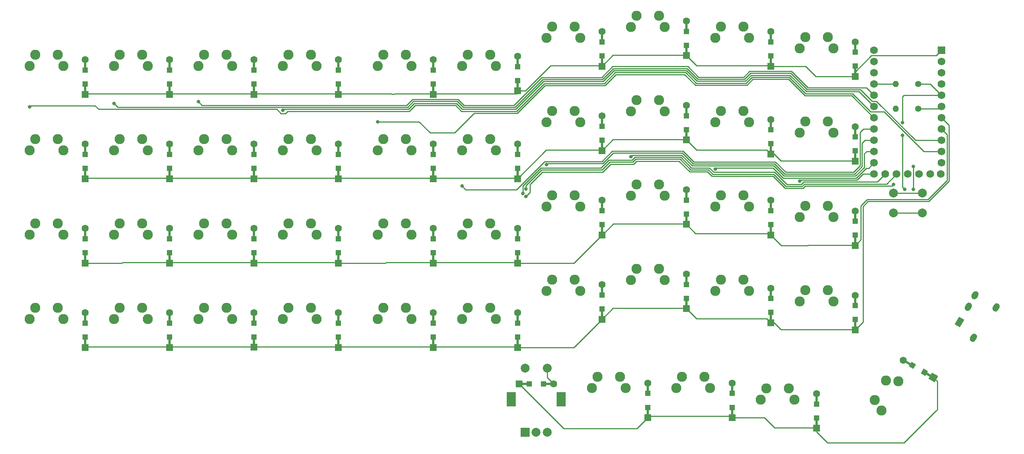
<source format=gbr>
%TF.GenerationSoftware,KiCad,Pcbnew,(5.1.9-0-10_14)*%
%TF.CreationDate,2021-04-25T18:41:16-05:00*%
%TF.ProjectId,wren-numpad,7772656e-2d6e-4756-9d70-61642e6b6963,rev?*%
%TF.SameCoordinates,Original*%
%TF.FileFunction,Copper,L2,Bot*%
%TF.FilePolarity,Positive*%
%FSLAX46Y46*%
G04 Gerber Fmt 4.6, Leading zero omitted, Abs format (unit mm)*
G04 Created by KiCad (PCBNEW (5.1.9-0-10_14)) date 2021-04-25 18:41:16*
%MOMM*%
%LPD*%
G01*
G04 APERTURE LIST*
%TA.AperFunction,ComponentPad*%
%ADD10C,2.286000*%
%TD*%
%TA.AperFunction,ComponentPad*%
%ADD11C,1.752600*%
%TD*%
%TA.AperFunction,ComponentPad*%
%ADD12R,1.752600X1.752600*%
%TD*%
%TA.AperFunction,SMDPad,CuDef*%
%ADD13R,0.500000X2.500000*%
%TD*%
%TA.AperFunction,ComponentPad*%
%ADD14C,1.600000*%
%TD*%
%TA.AperFunction,ComponentPad*%
%ADD15R,1.600000X1.600000*%
%TD*%
%TA.AperFunction,SMDPad,CuDef*%
%ADD16R,1.200000X1.200000*%
%TD*%
%TA.AperFunction,ComponentPad*%
%ADD17O,1.400000X1.400000*%
%TD*%
%TA.AperFunction,ComponentPad*%
%ADD18C,1.400000*%
%TD*%
%TA.AperFunction,SMDPad,CuDef*%
%ADD19R,2.500000X0.500000*%
%TD*%
%TA.AperFunction,SMDPad,CuDef*%
%ADD20C,0.100000*%
%TD*%
%TA.AperFunction,ComponentPad*%
%ADD21C,0.100000*%
%TD*%
%TA.AperFunction,ComponentPad*%
%ADD22C,2.000000*%
%TD*%
%TA.AperFunction,ComponentPad*%
%ADD23R,2.000000X3.200000*%
%TD*%
%TA.AperFunction,ComponentPad*%
%ADD24R,2.000000X2.000000*%
%TD*%
%TA.AperFunction,ViaPad*%
%ADD25C,0.800000*%
%TD*%
%TA.AperFunction,Conductor*%
%ADD26C,0.250000*%
%TD*%
G04 APERTURE END LIST*
D10*
%TO.P,MX21,1*%
%TO.N,COL0*%
X216852500Y-68103750D03*
%TO.P,MX21,2*%
%TO.N,Net-(D21-Pad2)*%
X223202500Y-65563750D03*
%TO.P,MX21,1*%
%TO.N,COL0*%
X218122500Y-65563750D03*
%TO.P,MX21,2*%
%TO.N,Net-(D21-Pad2)*%
X224472500Y-68103750D03*
%TD*%
%TO.P,MX41,1*%
%TO.N,COL0*%
X235379295Y-111789307D03*
%TO.P,MX41,2*%
%TO.N,Net-(D41-Pad2)*%
X236354591Y-105020045D03*
%TO.P,MX41,1*%
%TO.N,COL0*%
X233814591Y-109419455D03*
%TO.P,MX41,2*%
%TO.N,Net-(D41-Pad2)*%
X239189295Y-105190193D03*
%TD*%
%TO.P,MX10,1*%
%TO.N,COL9*%
X43021250Y-33972500D03*
%TO.P,MX10,2*%
%TO.N,Net-(D10-Pad2)*%
X49371250Y-31432500D03*
%TO.P,MX10,1*%
%TO.N,COL9*%
X44291250Y-31432500D03*
%TO.P,MX10,2*%
%TO.N,Net-(D10-Pad2)*%
X50641250Y-33972500D03*
%TD*%
%TO.P,MX15,1*%
%TO.N,COL4*%
X140652500Y-53022500D03*
%TO.P,MX15,2*%
%TO.N,Net-(D15-Pad2)*%
X147002500Y-50482500D03*
%TO.P,MX15,1*%
%TO.N,COL4*%
X141922500Y-50482500D03*
%TO.P,MX15,2*%
%TO.N,Net-(D15-Pad2)*%
X148272500Y-53022500D03*
%TD*%
%TO.P,MX44,1*%
%TO.N,COL3*%
X170015000Y-106711750D03*
%TO.P,MX44,2*%
%TO.N,Net-(D44-Pad2)*%
X176365000Y-104171750D03*
%TO.P,MX44,1*%
%TO.N,COL3*%
X171285000Y-104171750D03*
%TO.P,MX44,2*%
%TO.N,Net-(D44-Pad2)*%
X177635000Y-106711750D03*
%TD*%
%TO.P,MX43,1*%
%TO.N,COL2*%
X189065000Y-106711750D03*
%TO.P,MX43,2*%
%TO.N,Net-(D43-Pad2)*%
X195415000Y-104171750D03*
%TO.P,MX43,1*%
%TO.N,COL2*%
X190335000Y-104171750D03*
%TO.P,MX43,2*%
%TO.N,Net-(D43-Pad2)*%
X196685000Y-106711750D03*
%TD*%
%TO.P,MX42,1*%
%TO.N,COL1*%
X208115000Y-109378750D03*
%TO.P,MX42,2*%
%TO.N,Net-(D42-Pad2)*%
X214465000Y-106838750D03*
%TO.P,MX42,1*%
%TO.N,COL1*%
X209385000Y-106838750D03*
%TO.P,MX42,2*%
%TO.N,Net-(D42-Pad2)*%
X215735000Y-109378750D03*
%TD*%
%TO.P,MX40,1*%
%TO.N,COL9*%
X43021250Y-91122500D03*
%TO.P,MX40,2*%
%TO.N,Net-(D40-Pad2)*%
X49371250Y-88582500D03*
%TO.P,MX40,1*%
%TO.N,COL9*%
X44291250Y-88582500D03*
%TO.P,MX40,2*%
%TO.N,Net-(D40-Pad2)*%
X50641250Y-91122500D03*
%TD*%
%TO.P,MX39,1*%
%TO.N,COL8*%
X62071250Y-91122500D03*
%TO.P,MX39,2*%
%TO.N,Net-(D39-Pad2)*%
X68421250Y-88582500D03*
%TO.P,MX39,1*%
%TO.N,COL8*%
X63341250Y-88582500D03*
%TO.P,MX39,2*%
%TO.N,Net-(D39-Pad2)*%
X69691250Y-91122500D03*
%TD*%
%TO.P,MX38,1*%
%TO.N,COL7*%
X81121250Y-91122500D03*
%TO.P,MX38,2*%
%TO.N,Net-(D38-Pad2)*%
X87471250Y-88582500D03*
%TO.P,MX38,1*%
%TO.N,COL7*%
X82391250Y-88582500D03*
%TO.P,MX38,2*%
%TO.N,Net-(D38-Pad2)*%
X88741250Y-91122500D03*
%TD*%
%TO.P,MX37,1*%
%TO.N,COL6*%
X100171250Y-91122500D03*
%TO.P,MX37,2*%
%TO.N,Net-(D37-Pad2)*%
X106521250Y-88582500D03*
%TO.P,MX37,1*%
%TO.N,COL6*%
X101441250Y-88582500D03*
%TO.P,MX37,2*%
%TO.N,Net-(D37-Pad2)*%
X107791250Y-91122500D03*
%TD*%
%TO.P,MX36,1*%
%TO.N,COL5*%
X121602500Y-91122500D03*
%TO.P,MX36,2*%
%TO.N,Net-(D36-Pad2)*%
X127952500Y-88582500D03*
%TO.P,MX36,1*%
%TO.N,COL5*%
X122872500Y-88582500D03*
%TO.P,MX36,2*%
%TO.N,Net-(D36-Pad2)*%
X129222500Y-91122500D03*
%TD*%
%TO.P,MX35,1*%
%TO.N,COL4*%
X140652500Y-91122500D03*
%TO.P,MX35,2*%
%TO.N,Net-(D35-Pad2)*%
X147002500Y-88582500D03*
%TO.P,MX35,1*%
%TO.N,COL4*%
X141922500Y-88582500D03*
%TO.P,MX35,2*%
%TO.N,Net-(D35-Pad2)*%
X148272500Y-91122500D03*
%TD*%
%TO.P,MX34,1*%
%TO.N,COL3*%
X159702500Y-84772500D03*
%TO.P,MX34,2*%
%TO.N,Net-(D34-Pad2)*%
X166052500Y-82232500D03*
%TO.P,MX34,1*%
%TO.N,COL3*%
X160972500Y-82232500D03*
%TO.P,MX34,2*%
%TO.N,Net-(D34-Pad2)*%
X167322500Y-84772500D03*
%TD*%
%TO.P,MX33,1*%
%TO.N,COL2*%
X178752500Y-82391250D03*
%TO.P,MX33,2*%
%TO.N,Net-(D33-Pad2)*%
X185102500Y-79851250D03*
%TO.P,MX33,1*%
%TO.N,COL2*%
X180022500Y-79851250D03*
%TO.P,MX33,2*%
%TO.N,Net-(D33-Pad2)*%
X186372500Y-82391250D03*
%TD*%
%TO.P,MX32,1*%
%TO.N,COL1*%
X197802500Y-84772500D03*
%TO.P,MX32,2*%
%TO.N,Net-(D32-Pad2)*%
X204152500Y-82232500D03*
%TO.P,MX32,1*%
%TO.N,COL1*%
X199072500Y-82232500D03*
%TO.P,MX32,2*%
%TO.N,Net-(D32-Pad2)*%
X205422500Y-84772500D03*
%TD*%
%TO.P,MX31,1*%
%TO.N,COL0*%
X216852500Y-87153750D03*
%TO.P,MX31,2*%
%TO.N,Net-(D31-Pad2)*%
X223202500Y-84613750D03*
%TO.P,MX31,1*%
%TO.N,COL0*%
X218122500Y-84613750D03*
%TO.P,MX31,2*%
%TO.N,Net-(D31-Pad2)*%
X224472500Y-87153750D03*
%TD*%
%TO.P,MX30,1*%
%TO.N,COL9*%
X43021250Y-72072500D03*
%TO.P,MX30,2*%
%TO.N,Net-(D30-Pad2)*%
X49371250Y-69532500D03*
%TO.P,MX30,1*%
%TO.N,COL9*%
X44291250Y-69532500D03*
%TO.P,MX30,2*%
%TO.N,Net-(D30-Pad2)*%
X50641250Y-72072500D03*
%TD*%
%TO.P,MX29,1*%
%TO.N,COL8*%
X62071250Y-72072500D03*
%TO.P,MX29,2*%
%TO.N,Net-(D29-Pad2)*%
X68421250Y-69532500D03*
%TO.P,MX29,1*%
%TO.N,COL8*%
X63341250Y-69532500D03*
%TO.P,MX29,2*%
%TO.N,Net-(D29-Pad2)*%
X69691250Y-72072500D03*
%TD*%
%TO.P,MX28,1*%
%TO.N,COL7*%
X81121250Y-72072500D03*
%TO.P,MX28,2*%
%TO.N,Net-(D28-Pad2)*%
X87471250Y-69532500D03*
%TO.P,MX28,1*%
%TO.N,COL7*%
X82391250Y-69532500D03*
%TO.P,MX28,2*%
%TO.N,Net-(D28-Pad2)*%
X88741250Y-72072500D03*
%TD*%
%TO.P,MX27,1*%
%TO.N,COL6*%
X100171250Y-72072500D03*
%TO.P,MX27,2*%
%TO.N,Net-(D27-Pad2)*%
X106521250Y-69532500D03*
%TO.P,MX27,1*%
%TO.N,COL6*%
X101441250Y-69532500D03*
%TO.P,MX27,2*%
%TO.N,Net-(D27-Pad2)*%
X107791250Y-72072500D03*
%TD*%
%TO.P,MX26,1*%
%TO.N,COL5*%
X121602500Y-72072500D03*
%TO.P,MX26,2*%
%TO.N,Net-(D26-Pad2)*%
X127952500Y-69532500D03*
%TO.P,MX26,1*%
%TO.N,COL5*%
X122872500Y-69532500D03*
%TO.P,MX26,2*%
%TO.N,Net-(D26-Pad2)*%
X129222500Y-72072500D03*
%TD*%
%TO.P,MX25,1*%
%TO.N,COL4*%
X140652500Y-72072500D03*
%TO.P,MX25,2*%
%TO.N,Net-(D25-Pad2)*%
X147002500Y-69532500D03*
%TO.P,MX25,1*%
%TO.N,COL4*%
X141922500Y-69532500D03*
%TO.P,MX25,2*%
%TO.N,Net-(D25-Pad2)*%
X148272500Y-72072500D03*
%TD*%
%TO.P,MX24,1*%
%TO.N,COL3*%
X159702500Y-65722500D03*
%TO.P,MX24,2*%
%TO.N,Net-(D24-Pad2)*%
X166052500Y-63182500D03*
%TO.P,MX24,1*%
%TO.N,COL3*%
X160972500Y-63182500D03*
%TO.P,MX24,2*%
%TO.N,Net-(D24-Pad2)*%
X167322500Y-65722500D03*
%TD*%
%TO.P,MX23,1*%
%TO.N,COL2*%
X178752500Y-63341250D03*
%TO.P,MX23,2*%
%TO.N,Net-(D23-Pad2)*%
X185102500Y-60801250D03*
%TO.P,MX23,1*%
%TO.N,COL2*%
X180022500Y-60801250D03*
%TO.P,MX23,2*%
%TO.N,Net-(D23-Pad2)*%
X186372500Y-63341250D03*
%TD*%
%TO.P,MX22,1*%
%TO.N,COL1*%
X197802500Y-65722500D03*
%TO.P,MX22,2*%
%TO.N,Net-(D22-Pad2)*%
X204152500Y-63182500D03*
%TO.P,MX22,1*%
%TO.N,COL1*%
X199072500Y-63182500D03*
%TO.P,MX22,2*%
%TO.N,Net-(D22-Pad2)*%
X205422500Y-65722500D03*
%TD*%
%TO.P,MX20,1*%
%TO.N,COL9*%
X43021250Y-53022500D03*
%TO.P,MX20,2*%
%TO.N,Net-(D20-Pad2)*%
X49371250Y-50482500D03*
%TO.P,MX20,1*%
%TO.N,COL9*%
X44291250Y-50482500D03*
%TO.P,MX20,2*%
%TO.N,Net-(D20-Pad2)*%
X50641250Y-53022500D03*
%TD*%
%TO.P,MX19,1*%
%TO.N,COL8*%
X62071250Y-53022500D03*
%TO.P,MX19,2*%
%TO.N,Net-(D19-Pad2)*%
X68421250Y-50482500D03*
%TO.P,MX19,1*%
%TO.N,COL8*%
X63341250Y-50482500D03*
%TO.P,MX19,2*%
%TO.N,Net-(D19-Pad2)*%
X69691250Y-53022500D03*
%TD*%
%TO.P,MX18,1*%
%TO.N,COL7*%
X81121250Y-53022500D03*
%TO.P,MX18,2*%
%TO.N,Net-(D18-Pad2)*%
X87471250Y-50482500D03*
%TO.P,MX18,1*%
%TO.N,COL7*%
X82391250Y-50482500D03*
%TO.P,MX18,2*%
%TO.N,Net-(D18-Pad2)*%
X88741250Y-53022500D03*
%TD*%
%TO.P,MX17,1*%
%TO.N,COL6*%
X100171250Y-53022500D03*
%TO.P,MX17,2*%
%TO.N,Net-(D17-Pad2)*%
X106521250Y-50482500D03*
%TO.P,MX17,1*%
%TO.N,COL6*%
X101441250Y-50482500D03*
%TO.P,MX17,2*%
%TO.N,Net-(D17-Pad2)*%
X107791250Y-53022500D03*
%TD*%
%TO.P,MX16,1*%
%TO.N,COL5*%
X121602500Y-53022500D03*
%TO.P,MX16,2*%
%TO.N,Net-(D16-Pad2)*%
X127952500Y-50482500D03*
%TO.P,MX16,1*%
%TO.N,COL5*%
X122872500Y-50482500D03*
%TO.P,MX16,2*%
%TO.N,Net-(D16-Pad2)*%
X129222500Y-53022500D03*
%TD*%
%TO.P,MX14,1*%
%TO.N,COL3*%
X159702500Y-46672500D03*
%TO.P,MX14,2*%
%TO.N,Net-(D14-Pad2)*%
X166052500Y-44132500D03*
%TO.P,MX14,1*%
%TO.N,COL3*%
X160972500Y-44132500D03*
%TO.P,MX14,2*%
%TO.N,Net-(D14-Pad2)*%
X167322500Y-46672500D03*
%TD*%
%TO.P,MX13,1*%
%TO.N,COL2*%
X178752500Y-44291250D03*
%TO.P,MX13,2*%
%TO.N,Net-(D13-Pad2)*%
X185102500Y-41751250D03*
%TO.P,MX13,1*%
%TO.N,COL2*%
X180022500Y-41751250D03*
%TO.P,MX13,2*%
%TO.N,Net-(D13-Pad2)*%
X186372500Y-44291250D03*
%TD*%
%TO.P,MX12,1*%
%TO.N,COL1*%
X197802500Y-46672500D03*
%TO.P,MX12,2*%
%TO.N,Net-(D12-Pad2)*%
X204152500Y-44132500D03*
%TO.P,MX12,1*%
%TO.N,COL1*%
X199072500Y-44132500D03*
%TO.P,MX12,2*%
%TO.N,Net-(D12-Pad2)*%
X205422500Y-46672500D03*
%TD*%
%TO.P,MX11,1*%
%TO.N,COL0*%
X216852500Y-49053750D03*
%TO.P,MX11,2*%
%TO.N,Net-(D11-Pad2)*%
X223202500Y-46513750D03*
%TO.P,MX11,1*%
%TO.N,COL0*%
X218122500Y-46513750D03*
%TO.P,MX11,2*%
%TO.N,Net-(D11-Pad2)*%
X224472500Y-49053750D03*
%TD*%
%TO.P,MX9,1*%
%TO.N,COL8*%
X62071250Y-33972500D03*
%TO.P,MX9,2*%
%TO.N,Net-(D9-Pad2)*%
X68421250Y-31432500D03*
%TO.P,MX9,1*%
%TO.N,COL8*%
X63341250Y-31432500D03*
%TO.P,MX9,2*%
%TO.N,Net-(D9-Pad2)*%
X69691250Y-33972500D03*
%TD*%
%TO.P,MX8,1*%
%TO.N,COL7*%
X81121250Y-33972500D03*
%TO.P,MX8,2*%
%TO.N,Net-(D8-Pad2)*%
X87471250Y-31432500D03*
%TO.P,MX8,1*%
%TO.N,COL7*%
X82391250Y-31432500D03*
%TO.P,MX8,2*%
%TO.N,Net-(D8-Pad2)*%
X88741250Y-33972500D03*
%TD*%
%TO.P,MX7,1*%
%TO.N,COL6*%
X100171250Y-33972500D03*
%TO.P,MX7,2*%
%TO.N,Net-(D7-Pad2)*%
X106521250Y-31432500D03*
%TO.P,MX7,1*%
%TO.N,COL6*%
X101441250Y-31432500D03*
%TO.P,MX7,2*%
%TO.N,Net-(D7-Pad2)*%
X107791250Y-33972500D03*
%TD*%
%TO.P,MX6,1*%
%TO.N,COL5*%
X121602500Y-33972500D03*
%TO.P,MX6,2*%
%TO.N,Net-(D6-Pad2)*%
X127952500Y-31432500D03*
%TO.P,MX6,1*%
%TO.N,COL5*%
X122872500Y-31432500D03*
%TO.P,MX6,2*%
%TO.N,Net-(D6-Pad2)*%
X129222500Y-33972500D03*
%TD*%
%TO.P,MX5,1*%
%TO.N,COL4*%
X140652500Y-33972500D03*
%TO.P,MX5,2*%
%TO.N,Net-(D5-Pad2)*%
X147002500Y-31432500D03*
%TO.P,MX5,1*%
%TO.N,COL4*%
X141922500Y-31432500D03*
%TO.P,MX5,2*%
%TO.N,Net-(D5-Pad2)*%
X148272500Y-33972500D03*
%TD*%
%TO.P,MX4,1*%
%TO.N,COL3*%
X159702500Y-27622500D03*
%TO.P,MX4,2*%
%TO.N,Net-(D4-Pad2)*%
X166052500Y-25082500D03*
%TO.P,MX4,1*%
%TO.N,COL3*%
X160972500Y-25082500D03*
%TO.P,MX4,2*%
%TO.N,Net-(D4-Pad2)*%
X167322500Y-27622500D03*
%TD*%
%TO.P,MX3,1*%
%TO.N,COL2*%
X178752500Y-25241250D03*
%TO.P,MX3,2*%
%TO.N,Net-(D3-Pad2)*%
X185102500Y-22701250D03*
%TO.P,MX3,1*%
%TO.N,COL2*%
X180022500Y-22701250D03*
%TO.P,MX3,2*%
%TO.N,Net-(D3-Pad2)*%
X186372500Y-25241250D03*
%TD*%
%TO.P,MX2,1*%
%TO.N,COL1*%
X197802500Y-27622500D03*
%TO.P,MX2,2*%
%TO.N,Net-(D2-Pad2)*%
X204152500Y-25082500D03*
%TO.P,MX2,1*%
%TO.N,COL1*%
X199072500Y-25082500D03*
%TO.P,MX2,2*%
%TO.N,Net-(D2-Pad2)*%
X205422500Y-27622500D03*
%TD*%
%TO.P,MX1,1*%
%TO.N,COL0*%
X216852500Y-30003750D03*
%TO.P,MX1,2*%
%TO.N,Net-(D1-Pad2)*%
X223202500Y-27463750D03*
%TO.P,MX1,1*%
%TO.N,COL0*%
X218122500Y-27463750D03*
%TO.P,MX1,2*%
%TO.N,Net-(D1-Pad2)*%
X224472500Y-30003750D03*
%TD*%
D11*
%TO.P,U1,25*%
%TO.N,Net-(U1-Pad25)*%
X246380000Y-58420000D03*
%TO.P,U1,26*%
%TO.N,Net-(U1-Pad26)*%
X243840000Y-58420000D03*
%TO.P,U1,27*%
%TO.N,Net-(U1-Pad27)*%
X241300000Y-58420000D03*
%TO.P,U1,28*%
%TO.N,RIGHT*%
X238760000Y-58420000D03*
%TO.P,U1,29*%
%TO.N,LEFT*%
X236220000Y-58420000D03*
%TO.P,U1,24*%
%TO.N,Net-(U1-Pad24)*%
X233680000Y-30480000D03*
%TO.P,U1,12*%
%TO.N,ROW4*%
X248691400Y-58420000D03*
%TO.P,U1,23*%
%TO.N,GND*%
X233680000Y-33020000D03*
%TO.P,U1,22*%
%TO.N,Net-(SW0-Pad1)*%
X233680000Y-35560000D03*
%TO.P,U1,21*%
%TO.N,VCC*%
X233680000Y-38100000D03*
%TO.P,U1,20*%
%TO.N,COL7*%
X233680000Y-40640000D03*
%TO.P,U1,19*%
%TO.N,COL6*%
X233680000Y-43180000D03*
%TO.P,U1,18*%
%TO.N,COL5*%
X233680000Y-45720000D03*
%TO.P,U1,17*%
%TO.N,COL4*%
X233680000Y-48260000D03*
%TO.P,U1,16*%
%TO.N,COL3*%
X233680000Y-50800000D03*
%TO.P,U1,15*%
%TO.N,COL2*%
X233680000Y-53340000D03*
%TO.P,U1,14*%
%TO.N,COL1*%
X233680000Y-55880000D03*
%TO.P,U1,13*%
%TO.N,COL0*%
X233680000Y-58420000D03*
%TO.P,U1,11*%
%TO.N,Net-(U1-Pad11)*%
X248920000Y-55880000D03*
%TO.P,U1,10*%
%TO.N,COL9*%
X248920000Y-53340000D03*
%TO.P,U1,9*%
%TO.N,COL8*%
X248920000Y-50800000D03*
%TO.P,U1,8*%
%TO.N,ROW2*%
X248920000Y-48260000D03*
%TO.P,U1,7*%
%TO.N,ROW3*%
X248920000Y-45720000D03*
%TO.P,U1,6*%
%TO.N,SCL*%
X248920000Y-43180000D03*
%TO.P,U1,5*%
%TO.N,SDA*%
X248920000Y-40640000D03*
%TO.P,U1,4*%
%TO.N,Net-(U1-Pad4)*%
X248920000Y-38100000D03*
%TO.P,U1,3*%
%TO.N,Net-(U1-Pad3)*%
X248920000Y-35560000D03*
%TO.P,U1,2*%
%TO.N,ROW1*%
X248920000Y-33020000D03*
D12*
%TO.P,U1,1*%
%TO.N,ROW0*%
X248920000Y-30480000D03*
%TD*%
D13*
%TO.P,D43,2*%
%TO.N,Net-(D43-Pad2)*%
X201609500Y-106837500D03*
%TO.P,D43,1*%
%TO.N,ROW4*%
X201609500Y-112237500D03*
D14*
%TO.P,D43,2*%
%TO.N,Net-(D43-Pad2)*%
X201609500Y-105637500D03*
D15*
%TO.P,D43,1*%
%TO.N,ROW4*%
X201609500Y-113437500D03*
D16*
X201609500Y-111112500D03*
%TO.P,D43,2*%
%TO.N,Net-(D43-Pad2)*%
X201609500Y-107962500D03*
%TD*%
D17*
%TO.P,R2,2*%
%TO.N,VCC*%
X238585000Y-43656250D03*
D18*
%TO.P,R2,1*%
%TO.N,SCL*%
X243665000Y-43656250D03*
%TD*%
D17*
%TO.P,R1,2*%
%TO.N,VCC*%
X238585000Y-38100000D03*
D18*
%TO.P,R1,1*%
%TO.N,SDA*%
X243665000Y-38100000D03*
%TD*%
D19*
%TO.P,D45,2*%
%TO.N,ENC1-IN*%
X160142000Y-105822750D03*
%TO.P,D45,1*%
%TO.N,ROW4*%
X154742000Y-105822750D03*
D14*
%TO.P,D45,2*%
%TO.N,ENC1-IN*%
X161342000Y-105822750D03*
D15*
%TO.P,D45,1*%
%TO.N,ROW4*%
X153542000Y-105822750D03*
D16*
X155867000Y-105822750D03*
%TO.P,D45,2*%
%TO.N,ENC1-IN*%
X159017000Y-105822750D03*
%TD*%
D13*
%TO.P,D44,2*%
%TO.N,Net-(D44-Pad2)*%
X182562500Y-106837500D03*
%TO.P,D44,1*%
%TO.N,ROW4*%
X182562500Y-112237500D03*
D14*
%TO.P,D44,2*%
%TO.N,Net-(D44-Pad2)*%
X182562500Y-105637500D03*
D15*
%TO.P,D44,1*%
%TO.N,ROW4*%
X182562500Y-113437500D03*
D16*
X182562500Y-111112500D03*
%TO.P,D44,2*%
%TO.N,Net-(D44-Pad2)*%
X182562500Y-107962500D03*
%TD*%
D13*
%TO.P,D42,2*%
%TO.N,Net-(D42-Pad2)*%
X220653500Y-109218750D03*
%TO.P,D42,1*%
%TO.N,ROW4*%
X220653500Y-114618750D03*
D14*
%TO.P,D42,2*%
%TO.N,Net-(D42-Pad2)*%
X220653500Y-108018750D03*
D15*
%TO.P,D42,1*%
%TO.N,ROW4*%
X220653500Y-115818750D03*
D16*
X220653500Y-113493750D03*
%TO.P,D42,2*%
%TO.N,Net-(D42-Pad2)*%
X220653500Y-110343750D03*
%TD*%
%TA.AperFunction,SMDPad,CuDef*%
D20*
%TO.P,D41,2*%
%TO.N,Net-(D41-Pad2)*%
G36*
X242537263Y-101452244D02*
G01*
X242287263Y-101885256D01*
X240122199Y-100635256D01*
X240372199Y-100202244D01*
X242537263Y-101452244D01*
G37*
%TD.AperFunction*%
%TA.AperFunction,SMDPad,CuDef*%
%TO.P,D41,1*%
%TO.N,ROW4*%
G36*
X247213801Y-104152244D02*
G01*
X246963801Y-104585256D01*
X244798737Y-103335256D01*
X245048737Y-102902244D01*
X247213801Y-104152244D01*
G37*
%TD.AperFunction*%
D14*
%TO.P,D41,2*%
%TO.N,Net-(D41-Pad2)*%
X240290501Y-100443750D03*
%TA.AperFunction,ComponentPad*%
D21*
%TO.P,D41,1*%
%TO.N,ROW4*%
G36*
X248138319Y-104050930D02*
G01*
X247338319Y-105436570D01*
X245952679Y-104636570D01*
X246752679Y-103250930D01*
X248138319Y-104050930D01*
G37*
%TD.AperFunction*%
%TA.AperFunction,SMDPad,CuDef*%
D20*
G36*
X245851605Y-102961635D02*
G01*
X245251605Y-104000865D01*
X244212375Y-103400865D01*
X244812375Y-102361635D01*
X245851605Y-102961635D01*
G37*
%TD.AperFunction*%
%TA.AperFunction,SMDPad,CuDef*%
%TO.P,D41,2*%
%TO.N,Net-(D41-Pad2)*%
G36*
X243123625Y-101386635D02*
G01*
X242523625Y-102425865D01*
X241484395Y-101825865D01*
X242084395Y-100786635D01*
X243123625Y-101386635D01*
G37*
%TD.AperFunction*%
%TD*%
D13*
%TO.P,D40,2*%
%TO.N,Net-(D40-Pad2)*%
X55605500Y-90962500D03*
%TO.P,D40,1*%
%TO.N,ROW3*%
X55605500Y-96362500D03*
D14*
%TO.P,D40,2*%
%TO.N,Net-(D40-Pad2)*%
X55605500Y-89762500D03*
D15*
%TO.P,D40,1*%
%TO.N,ROW3*%
X55605500Y-97562500D03*
D16*
X55605500Y-95237500D03*
%TO.P,D40,2*%
%TO.N,Net-(D40-Pad2)*%
X55605500Y-92087500D03*
%TD*%
D13*
%TO.P,D39,2*%
%TO.N,Net-(D39-Pad2)*%
X74649500Y-90962500D03*
%TO.P,D39,1*%
%TO.N,ROW3*%
X74649500Y-96362500D03*
D14*
%TO.P,D39,2*%
%TO.N,Net-(D39-Pad2)*%
X74649500Y-89762500D03*
D15*
%TO.P,D39,1*%
%TO.N,ROW3*%
X74649500Y-97562500D03*
D16*
X74649500Y-95237500D03*
%TO.P,D39,2*%
%TO.N,Net-(D39-Pad2)*%
X74649500Y-92087500D03*
%TD*%
D13*
%TO.P,D38,2*%
%TO.N,Net-(D38-Pad2)*%
X93693500Y-90950000D03*
%TO.P,D38,1*%
%TO.N,ROW3*%
X93693500Y-96350000D03*
D14*
%TO.P,D38,2*%
%TO.N,Net-(D38-Pad2)*%
X93693500Y-89750000D03*
D15*
%TO.P,D38,1*%
%TO.N,ROW3*%
X93693500Y-97550000D03*
D16*
X93693500Y-95225000D03*
%TO.P,D38,2*%
%TO.N,Net-(D38-Pad2)*%
X93693500Y-92075000D03*
%TD*%
D13*
%TO.P,D37,2*%
%TO.N,Net-(D37-Pad2)*%
X112737500Y-90962500D03*
%TO.P,D37,1*%
%TO.N,ROW3*%
X112737500Y-96362500D03*
D14*
%TO.P,D37,2*%
%TO.N,Net-(D37-Pad2)*%
X112737500Y-89762500D03*
D15*
%TO.P,D37,1*%
%TO.N,ROW3*%
X112737500Y-97562500D03*
D16*
X112737500Y-95237500D03*
%TO.P,D37,2*%
%TO.N,Net-(D37-Pad2)*%
X112737500Y-92087500D03*
%TD*%
D13*
%TO.P,D36,2*%
%TO.N,Net-(D36-Pad2)*%
X134162000Y-90962500D03*
%TO.P,D36,1*%
%TO.N,ROW3*%
X134162000Y-96362500D03*
D14*
%TO.P,D36,2*%
%TO.N,Net-(D36-Pad2)*%
X134162000Y-89762500D03*
D15*
%TO.P,D36,1*%
%TO.N,ROW3*%
X134162000Y-97562500D03*
D16*
X134162000Y-95237500D03*
%TO.P,D36,2*%
%TO.N,Net-(D36-Pad2)*%
X134162000Y-92087500D03*
%TD*%
D13*
%TO.P,D35,2*%
%TO.N,Net-(D35-Pad2)*%
X153206000Y-90962500D03*
%TO.P,D35,1*%
%TO.N,ROW3*%
X153206000Y-96362500D03*
D14*
%TO.P,D35,2*%
%TO.N,Net-(D35-Pad2)*%
X153206000Y-89762500D03*
D15*
%TO.P,D35,1*%
%TO.N,ROW3*%
X153206000Y-97562500D03*
D16*
X153206000Y-95237500D03*
%TO.P,D35,2*%
%TO.N,Net-(D35-Pad2)*%
X153206000Y-92087500D03*
%TD*%
D13*
%TO.P,D34,2*%
%TO.N,Net-(D34-Pad2)*%
X172250000Y-84612500D03*
%TO.P,D34,1*%
%TO.N,ROW3*%
X172250000Y-90012500D03*
D14*
%TO.P,D34,2*%
%TO.N,Net-(D34-Pad2)*%
X172250000Y-83412500D03*
D15*
%TO.P,D34,1*%
%TO.N,ROW3*%
X172250000Y-91212500D03*
D16*
X172250000Y-88887500D03*
%TO.P,D34,2*%
%TO.N,Net-(D34-Pad2)*%
X172250000Y-85737500D03*
%TD*%
D13*
%TO.P,D33,2*%
%TO.N,Net-(D33-Pad2)*%
X191294000Y-82231250D03*
%TO.P,D33,1*%
%TO.N,ROW3*%
X191294000Y-87631250D03*
D14*
%TO.P,D33,2*%
%TO.N,Net-(D33-Pad2)*%
X191294000Y-81031250D03*
D15*
%TO.P,D33,1*%
%TO.N,ROW3*%
X191294000Y-88831250D03*
D16*
X191294000Y-86506250D03*
%TO.P,D33,2*%
%TO.N,Net-(D33-Pad2)*%
X191294000Y-83356250D03*
%TD*%
D13*
%TO.P,D32,2*%
%TO.N,Net-(D32-Pad2)*%
X210338000Y-85406250D03*
%TO.P,D32,1*%
%TO.N,ROW3*%
X210338000Y-90806250D03*
D14*
%TO.P,D32,2*%
%TO.N,Net-(D32-Pad2)*%
X210338000Y-84206250D03*
D15*
%TO.P,D32,1*%
%TO.N,ROW3*%
X210338000Y-92006250D03*
D16*
X210338000Y-89681250D03*
%TO.P,D32,2*%
%TO.N,Net-(D32-Pad2)*%
X210338000Y-86531250D03*
%TD*%
D13*
%TO.P,D31,2*%
%TO.N,Net-(D31-Pad2)*%
X229382000Y-86993750D03*
%TO.P,D31,1*%
%TO.N,ROW3*%
X229382000Y-92393750D03*
D14*
%TO.P,D31,2*%
%TO.N,Net-(D31-Pad2)*%
X229382000Y-85793750D03*
D15*
%TO.P,D31,1*%
%TO.N,ROW3*%
X229382000Y-93593750D03*
D16*
X229382000Y-91268750D03*
%TO.P,D31,2*%
%TO.N,Net-(D31-Pad2)*%
X229382000Y-88118750D03*
%TD*%
D13*
%TO.P,D30,2*%
%TO.N,Net-(D30-Pad2)*%
X55605500Y-71912500D03*
%TO.P,D30,1*%
%TO.N,ROW2*%
X55605500Y-77312500D03*
D14*
%TO.P,D30,2*%
%TO.N,Net-(D30-Pad2)*%
X55605500Y-70712500D03*
D15*
%TO.P,D30,1*%
%TO.N,ROW2*%
X55605500Y-78512500D03*
D16*
X55605500Y-76187500D03*
%TO.P,D30,2*%
%TO.N,Net-(D30-Pad2)*%
X55605500Y-73037500D03*
%TD*%
D13*
%TO.P,D29,2*%
%TO.N,Net-(D29-Pad2)*%
X74649500Y-71912500D03*
%TO.P,D29,1*%
%TO.N,ROW2*%
X74649500Y-77312500D03*
D14*
%TO.P,D29,2*%
%TO.N,Net-(D29-Pad2)*%
X74649500Y-70712500D03*
D15*
%TO.P,D29,1*%
%TO.N,ROW2*%
X74649500Y-78512500D03*
D16*
X74649500Y-76187500D03*
%TO.P,D29,2*%
%TO.N,Net-(D29-Pad2)*%
X74649500Y-73037500D03*
%TD*%
D13*
%TO.P,D28,2*%
%TO.N,Net-(D28-Pad2)*%
X93693500Y-71912500D03*
%TO.P,D28,1*%
%TO.N,ROW2*%
X93693500Y-77312500D03*
D14*
%TO.P,D28,2*%
%TO.N,Net-(D28-Pad2)*%
X93693500Y-70712500D03*
D15*
%TO.P,D28,1*%
%TO.N,ROW2*%
X93693500Y-78512500D03*
D16*
X93693500Y-76187500D03*
%TO.P,D28,2*%
%TO.N,Net-(D28-Pad2)*%
X93693500Y-73037500D03*
%TD*%
D13*
%TO.P,D27,2*%
%TO.N,Net-(D27-Pad2)*%
X112737500Y-71912500D03*
%TO.P,D27,1*%
%TO.N,ROW2*%
X112737500Y-77312500D03*
D14*
%TO.P,D27,2*%
%TO.N,Net-(D27-Pad2)*%
X112737500Y-70712500D03*
D15*
%TO.P,D27,1*%
%TO.N,ROW2*%
X112737500Y-78512500D03*
D16*
X112737500Y-76187500D03*
%TO.P,D27,2*%
%TO.N,Net-(D27-Pad2)*%
X112737500Y-73037500D03*
%TD*%
D13*
%TO.P,D26,2*%
%TO.N,Net-(D26-Pad2)*%
X134162000Y-71912500D03*
%TO.P,D26,1*%
%TO.N,ROW2*%
X134162000Y-77312500D03*
D14*
%TO.P,D26,2*%
%TO.N,Net-(D26-Pad2)*%
X134162000Y-70712500D03*
D15*
%TO.P,D26,1*%
%TO.N,ROW2*%
X134162000Y-78512500D03*
D16*
X134162000Y-76187500D03*
%TO.P,D26,2*%
%TO.N,Net-(D26-Pad2)*%
X134162000Y-73037500D03*
%TD*%
D13*
%TO.P,D25,2*%
%TO.N,Net-(D25-Pad2)*%
X153206000Y-71912500D03*
%TO.P,D25,1*%
%TO.N,ROW2*%
X153206000Y-77312500D03*
D14*
%TO.P,D25,2*%
%TO.N,Net-(D25-Pad2)*%
X153206000Y-70712500D03*
D15*
%TO.P,D25,1*%
%TO.N,ROW2*%
X153206000Y-78512500D03*
D16*
X153206000Y-76187500D03*
%TO.P,D25,2*%
%TO.N,Net-(D25-Pad2)*%
X153206000Y-73037500D03*
%TD*%
D13*
%TO.P,D24,2*%
%TO.N,Net-(D24-Pad2)*%
X172250000Y-65562500D03*
%TO.P,D24,1*%
%TO.N,ROW2*%
X172250000Y-70962500D03*
D14*
%TO.P,D24,2*%
%TO.N,Net-(D24-Pad2)*%
X172250000Y-64362500D03*
D15*
%TO.P,D24,1*%
%TO.N,ROW2*%
X172250000Y-72162500D03*
D16*
X172250000Y-69837500D03*
%TO.P,D24,2*%
%TO.N,Net-(D24-Pad2)*%
X172250000Y-66687500D03*
%TD*%
D13*
%TO.P,D23,2*%
%TO.N,Net-(D23-Pad2)*%
X191294000Y-63181250D03*
%TO.P,D23,1*%
%TO.N,ROW2*%
X191294000Y-68581250D03*
D14*
%TO.P,D23,2*%
%TO.N,Net-(D23-Pad2)*%
X191294000Y-61981250D03*
D15*
%TO.P,D23,1*%
%TO.N,ROW2*%
X191294000Y-69781250D03*
D16*
X191294000Y-67456250D03*
%TO.P,D23,2*%
%TO.N,Net-(D23-Pad2)*%
X191294000Y-64306250D03*
%TD*%
D13*
%TO.P,D22,2*%
%TO.N,Net-(D22-Pad2)*%
X210338000Y-65562500D03*
%TO.P,D22,1*%
%TO.N,ROW2*%
X210338000Y-70962500D03*
D14*
%TO.P,D22,2*%
%TO.N,Net-(D22-Pad2)*%
X210338000Y-64362500D03*
D15*
%TO.P,D22,1*%
%TO.N,ROW2*%
X210338000Y-72162500D03*
D16*
X210338000Y-69837500D03*
%TO.P,D22,2*%
%TO.N,Net-(D22-Pad2)*%
X210338000Y-66687500D03*
%TD*%
D13*
%TO.P,D21,2*%
%TO.N,Net-(D21-Pad2)*%
X229382000Y-67943750D03*
%TO.P,D21,1*%
%TO.N,ROW2*%
X229382000Y-73343750D03*
D14*
%TO.P,D21,2*%
%TO.N,Net-(D21-Pad2)*%
X229382000Y-66743750D03*
D15*
%TO.P,D21,1*%
%TO.N,ROW2*%
X229382000Y-74543750D03*
D16*
X229382000Y-72218750D03*
%TO.P,D21,2*%
%TO.N,Net-(D21-Pad2)*%
X229382000Y-69068750D03*
%TD*%
D13*
%TO.P,D20,2*%
%TO.N,Net-(D20-Pad2)*%
X55605500Y-52862500D03*
%TO.P,D20,1*%
%TO.N,ROW1*%
X55605500Y-58262500D03*
D14*
%TO.P,D20,2*%
%TO.N,Net-(D20-Pad2)*%
X55605500Y-51662500D03*
D15*
%TO.P,D20,1*%
%TO.N,ROW1*%
X55605500Y-59462500D03*
D16*
X55605500Y-57137500D03*
%TO.P,D20,2*%
%TO.N,Net-(D20-Pad2)*%
X55605500Y-53987500D03*
%TD*%
D13*
%TO.P,D19,2*%
%TO.N,Net-(D19-Pad2)*%
X74649500Y-52862500D03*
%TO.P,D19,1*%
%TO.N,ROW1*%
X74649500Y-58262500D03*
D14*
%TO.P,D19,2*%
%TO.N,Net-(D19-Pad2)*%
X74649500Y-51662500D03*
D15*
%TO.P,D19,1*%
%TO.N,ROW1*%
X74649500Y-59462500D03*
D16*
X74649500Y-57137500D03*
%TO.P,D19,2*%
%TO.N,Net-(D19-Pad2)*%
X74649500Y-53987500D03*
%TD*%
D13*
%TO.P,D18,2*%
%TO.N,Net-(D18-Pad2)*%
X93693500Y-52862500D03*
%TO.P,D18,1*%
%TO.N,ROW1*%
X93693500Y-58262500D03*
D14*
%TO.P,D18,2*%
%TO.N,Net-(D18-Pad2)*%
X93693500Y-51662500D03*
D15*
%TO.P,D18,1*%
%TO.N,ROW1*%
X93693500Y-59462500D03*
D16*
X93693500Y-57137500D03*
%TO.P,D18,2*%
%TO.N,Net-(D18-Pad2)*%
X93693500Y-53987500D03*
%TD*%
D13*
%TO.P,D17,2*%
%TO.N,Net-(D17-Pad2)*%
X112737500Y-52862500D03*
%TO.P,D17,1*%
%TO.N,ROW1*%
X112737500Y-58262500D03*
D14*
%TO.P,D17,2*%
%TO.N,Net-(D17-Pad2)*%
X112737500Y-51662500D03*
D15*
%TO.P,D17,1*%
%TO.N,ROW1*%
X112737500Y-59462500D03*
D16*
X112737500Y-57137500D03*
%TO.P,D17,2*%
%TO.N,Net-(D17-Pad2)*%
X112737500Y-53987500D03*
%TD*%
D13*
%TO.P,D16,2*%
%TO.N,Net-(D16-Pad2)*%
X134162000Y-52862500D03*
%TO.P,D16,1*%
%TO.N,ROW1*%
X134162000Y-58262500D03*
D14*
%TO.P,D16,2*%
%TO.N,Net-(D16-Pad2)*%
X134162000Y-51662500D03*
D15*
%TO.P,D16,1*%
%TO.N,ROW1*%
X134162000Y-59462500D03*
D16*
X134162000Y-57137500D03*
%TO.P,D16,2*%
%TO.N,Net-(D16-Pad2)*%
X134162000Y-53987500D03*
%TD*%
D13*
%TO.P,D15,2*%
%TO.N,Net-(D15-Pad2)*%
X153206000Y-52862500D03*
%TO.P,D15,1*%
%TO.N,ROW1*%
X153206000Y-58262500D03*
D14*
%TO.P,D15,2*%
%TO.N,Net-(D15-Pad2)*%
X153206000Y-51662500D03*
D15*
%TO.P,D15,1*%
%TO.N,ROW1*%
X153206000Y-59462500D03*
D16*
X153206000Y-57137500D03*
%TO.P,D15,2*%
%TO.N,Net-(D15-Pad2)*%
X153206000Y-53987500D03*
%TD*%
D13*
%TO.P,D14,2*%
%TO.N,Net-(D14-Pad2)*%
X172250000Y-46512500D03*
%TO.P,D14,1*%
%TO.N,ROW1*%
X172250000Y-51912500D03*
D14*
%TO.P,D14,2*%
%TO.N,Net-(D14-Pad2)*%
X172250000Y-45312500D03*
D15*
%TO.P,D14,1*%
%TO.N,ROW1*%
X172250000Y-53112500D03*
D16*
X172250000Y-50787500D03*
%TO.P,D14,2*%
%TO.N,Net-(D14-Pad2)*%
X172250000Y-47637500D03*
%TD*%
D13*
%TO.P,D13,2*%
%TO.N,Net-(D13-Pad2)*%
X191294000Y-44131250D03*
%TO.P,D13,1*%
%TO.N,ROW1*%
X191294000Y-49531250D03*
D14*
%TO.P,D13,2*%
%TO.N,Net-(D13-Pad2)*%
X191294000Y-42931250D03*
D15*
%TO.P,D13,1*%
%TO.N,ROW1*%
X191294000Y-50731250D03*
D16*
X191294000Y-48406250D03*
%TO.P,D13,2*%
%TO.N,Net-(D13-Pad2)*%
X191294000Y-45256250D03*
%TD*%
D13*
%TO.P,D12,2*%
%TO.N,Net-(D12-Pad2)*%
X210338000Y-47306250D03*
%TO.P,D12,1*%
%TO.N,ROW1*%
X210338000Y-52706250D03*
D14*
%TO.P,D12,2*%
%TO.N,Net-(D12-Pad2)*%
X210338000Y-46106250D03*
D15*
%TO.P,D12,1*%
%TO.N,ROW1*%
X210338000Y-53906250D03*
D16*
X210338000Y-51581250D03*
%TO.P,D12,2*%
%TO.N,Net-(D12-Pad2)*%
X210338000Y-48431250D03*
%TD*%
D13*
%TO.P,D11,2*%
%TO.N,Net-(D11-Pad2)*%
X229382000Y-48893750D03*
%TO.P,D11,1*%
%TO.N,ROW1*%
X229382000Y-54293750D03*
D14*
%TO.P,D11,2*%
%TO.N,Net-(D11-Pad2)*%
X229382000Y-47693750D03*
D15*
%TO.P,D11,1*%
%TO.N,ROW1*%
X229382000Y-55493750D03*
D16*
X229382000Y-53168750D03*
%TO.P,D11,2*%
%TO.N,Net-(D11-Pad2)*%
X229382000Y-50018750D03*
%TD*%
D13*
%TO.P,D10,2*%
%TO.N,Net-(D10-Pad2)*%
X55605500Y-33812500D03*
%TO.P,D10,1*%
%TO.N,ROW0*%
X55605500Y-39212500D03*
D14*
%TO.P,D10,2*%
%TO.N,Net-(D10-Pad2)*%
X55605500Y-32612500D03*
D15*
%TO.P,D10,1*%
%TO.N,ROW0*%
X55605500Y-40412500D03*
D16*
X55605500Y-38087500D03*
%TO.P,D10,2*%
%TO.N,Net-(D10-Pad2)*%
X55605500Y-34937500D03*
%TD*%
D13*
%TO.P,D9,2*%
%TO.N,Net-(D9-Pad2)*%
X74649500Y-33812500D03*
%TO.P,D9,1*%
%TO.N,ROW0*%
X74649500Y-39212500D03*
D14*
%TO.P,D9,2*%
%TO.N,Net-(D9-Pad2)*%
X74649500Y-32612500D03*
D15*
%TO.P,D9,1*%
%TO.N,ROW0*%
X74649500Y-40412500D03*
D16*
X74649500Y-38087500D03*
%TO.P,D9,2*%
%TO.N,Net-(D9-Pad2)*%
X74649500Y-34937500D03*
%TD*%
D13*
%TO.P,D8,2*%
%TO.N,Net-(D8-Pad2)*%
X93693500Y-33812500D03*
%TO.P,D8,1*%
%TO.N,ROW0*%
X93693500Y-39212500D03*
D14*
%TO.P,D8,2*%
%TO.N,Net-(D8-Pad2)*%
X93693500Y-32612500D03*
D15*
%TO.P,D8,1*%
%TO.N,ROW0*%
X93693500Y-40412500D03*
D16*
X93693500Y-38087500D03*
%TO.P,D8,2*%
%TO.N,Net-(D8-Pad2)*%
X93693500Y-34937500D03*
%TD*%
D13*
%TO.P,D7,2*%
%TO.N,Net-(D7-Pad2)*%
X112737500Y-33812500D03*
%TO.P,D7,1*%
%TO.N,ROW0*%
X112737500Y-39212500D03*
D14*
%TO.P,D7,2*%
%TO.N,Net-(D7-Pad2)*%
X112737500Y-32612500D03*
D15*
%TO.P,D7,1*%
%TO.N,ROW0*%
X112737500Y-40412500D03*
D16*
X112737500Y-38087500D03*
%TO.P,D7,2*%
%TO.N,Net-(D7-Pad2)*%
X112737500Y-34937500D03*
%TD*%
D13*
%TO.P,D6,2*%
%TO.N,Net-(D6-Pad2)*%
X134162000Y-33812500D03*
%TO.P,D6,1*%
%TO.N,ROW0*%
X134162000Y-39212500D03*
D14*
%TO.P,D6,2*%
%TO.N,Net-(D6-Pad2)*%
X134162000Y-32612500D03*
D15*
%TO.P,D6,1*%
%TO.N,ROW0*%
X134162000Y-40412500D03*
D16*
X134162000Y-38087500D03*
%TO.P,D6,2*%
%TO.N,Net-(D6-Pad2)*%
X134162000Y-34937500D03*
%TD*%
D13*
%TO.P,D5,2*%
%TO.N,Net-(D5-Pad2)*%
X153206000Y-33018750D03*
%TO.P,D5,1*%
%TO.N,ROW0*%
X153206000Y-38418750D03*
D14*
%TO.P,D5,2*%
%TO.N,Net-(D5-Pad2)*%
X153206000Y-31818750D03*
D15*
%TO.P,D5,1*%
%TO.N,ROW0*%
X153206000Y-39618750D03*
D16*
X153206000Y-37293750D03*
%TO.P,D5,2*%
%TO.N,Net-(D5-Pad2)*%
X153206000Y-34143750D03*
%TD*%
D13*
%TO.P,D4,2*%
%TO.N,Net-(D4-Pad2)*%
X172250000Y-27462500D03*
%TO.P,D4,1*%
%TO.N,ROW0*%
X172250000Y-32862500D03*
D14*
%TO.P,D4,2*%
%TO.N,Net-(D4-Pad2)*%
X172250000Y-26262500D03*
D15*
%TO.P,D4,1*%
%TO.N,ROW0*%
X172250000Y-34062500D03*
D16*
X172250000Y-31737500D03*
%TO.P,D4,2*%
%TO.N,Net-(D4-Pad2)*%
X172250000Y-28587500D03*
%TD*%
D13*
%TO.P,D3,2*%
%TO.N,Net-(D3-Pad2)*%
X191294000Y-25081250D03*
%TO.P,D3,1*%
%TO.N,ROW0*%
X191294000Y-30481250D03*
D14*
%TO.P,D3,2*%
%TO.N,Net-(D3-Pad2)*%
X191294000Y-23881250D03*
D15*
%TO.P,D3,1*%
%TO.N,ROW0*%
X191294000Y-31681250D03*
D16*
X191294000Y-29356250D03*
%TO.P,D3,2*%
%TO.N,Net-(D3-Pad2)*%
X191294000Y-26206250D03*
%TD*%
D13*
%TO.P,D2,2*%
%TO.N,Net-(D2-Pad2)*%
X210338000Y-27462500D03*
%TO.P,D2,1*%
%TO.N,ROW0*%
X210338000Y-32862500D03*
D14*
%TO.P,D2,2*%
%TO.N,Net-(D2-Pad2)*%
X210338000Y-26262500D03*
D15*
%TO.P,D2,1*%
%TO.N,ROW0*%
X210338000Y-34062500D03*
D16*
X210338000Y-31737500D03*
%TO.P,D2,2*%
%TO.N,Net-(D2-Pad2)*%
X210338000Y-28587500D03*
%TD*%
D13*
%TO.P,D1,2*%
%TO.N,Net-(D1-Pad2)*%
X229382000Y-29781250D03*
%TO.P,D1,1*%
%TO.N,ROW0*%
X229382000Y-35181250D03*
D14*
%TO.P,D1,2*%
%TO.N,Net-(D1-Pad2)*%
X229382000Y-28581250D03*
D15*
%TO.P,D1,1*%
%TO.N,ROW0*%
X229382000Y-36381250D03*
D16*
X229382000Y-34056250D03*
%TO.P,D1,2*%
%TO.N,Net-(D1-Pad2)*%
X229382000Y-30906250D03*
%TD*%
D22*
%TO.P,ENC1,S1*%
%TO.N,ENC1-IN*%
X159902000Y-102266750D03*
%TO.P,ENC1,S2*%
%TO.N,COL4*%
X154902000Y-102266750D03*
D23*
%TO.P,ENC1,MP*%
%TO.N,N/C*%
X163002000Y-109266750D03*
X151802000Y-109266750D03*
D22*
%TO.P,ENC1,B*%
%TO.N,RIGHT*%
X159902000Y-116766750D03*
%TO.P,ENC1,C*%
%TO.N,GND*%
X157402000Y-116766750D03*
D24*
%TO.P,ENC1,A*%
%TO.N,LEFT*%
X154902000Y-116766750D03*
%TD*%
D22*
%TO.P,SW0,1*%
%TO.N,Net-(SW0-Pad1)*%
X244561500Y-62706250D03*
%TO.P,SW0,2*%
%TO.N,GND*%
X244561500Y-67206250D03*
%TO.P,SW0,1*%
%TO.N,Net-(SW0-Pad1)*%
X238061500Y-62706250D03*
%TO.P,SW0,2*%
%TO.N,GND*%
X238061500Y-67206250D03*
%TD*%
%TO.P,J1,R2*%
%TO.N,SCL*%
%TA.AperFunction,ComponentPad*%
G36*
G01*
X256946000Y-84924546D02*
X256946000Y-84924546D01*
G75*
G02*
X257202218Y-85880764I-350000J-606218D01*
G01*
X256902218Y-86400380D01*
G75*
G02*
X255946000Y-86656598I-606218J350000D01*
G01*
X255946000Y-86656598D01*
G75*
G02*
X255689782Y-85700380I350000J606218D01*
G01*
X255989782Y-85180764D01*
G75*
G02*
X256946000Y-84924546I606218J-350000D01*
G01*
G37*
%TD.AperFunction*%
%TO.P,J1,R1*%
%TO.N,VCC*%
%TA.AperFunction,ComponentPad*%
G36*
G01*
X255446000Y-87522622D02*
X255446000Y-87522622D01*
G75*
G02*
X255702218Y-88478840I-350000J-606218D01*
G01*
X255402218Y-88998456D01*
G75*
G02*
X254446000Y-89254674I-606218J350000D01*
G01*
X254446000Y-89254674D01*
G75*
G02*
X254189782Y-88298456I350000J606218D01*
G01*
X254489782Y-87778840D01*
G75*
G02*
X255446000Y-87522622I606218J-350000D01*
G01*
G37*
%TD.AperFunction*%
%TA.AperFunction,ComponentPad*%
D21*
%TO.P,J1,T*%
%TO.N,GND*%
G36*
X252839782Y-90636725D02*
G01*
X254052218Y-91336725D01*
X253052218Y-93068775D01*
X251839782Y-92368775D01*
X252839782Y-90636725D01*
G37*
%TD.AperFunction*%
%TO.P,J1,S*%
%TO.N,SDA*%
%TA.AperFunction,ComponentPad*%
G36*
G01*
X256593114Y-94535762D02*
X256593114Y-94535762D01*
G75*
G02*
X256849332Y-95491980I-350000J-606218D01*
G01*
X256549332Y-96011596D01*
G75*
G02*
X255593114Y-96267814I-606218J350000D01*
G01*
X255593114Y-96267814D01*
G75*
G02*
X255336896Y-95311596I350000J606218D01*
G01*
X255636896Y-94791980D01*
G75*
G02*
X256593114Y-94535762I606218J-350000D01*
G01*
G37*
%TD.AperFunction*%
%TO.P,J1,*%
%TO.N,*%
%TA.AperFunction,ComponentPad*%
G36*
G01*
X261709140Y-87674546D02*
X261709140Y-87674546D01*
G75*
G02*
X261965358Y-88630764I-350000J-606218D01*
G01*
X261665358Y-89150380D01*
G75*
G02*
X260709140Y-89406598I-606218J350000D01*
G01*
X260709140Y-89406598D01*
G75*
G02*
X260452922Y-88450380I350000J606218D01*
G01*
X260752922Y-87930764D01*
G75*
G02*
X261709140Y-87674546I606218J-350000D01*
G01*
G37*
%TD.AperFunction*%
%TD*%
D25*
%TO.N,COL0*%
X216852500Y-60026279D03*
%TO.N,COL1*%
X197802500Y-57283250D03*
%TO.N,COL2*%
X178752500Y-54489250D03*
%TO.N,COL3*%
X159702500Y-56318250D03*
%TO.N,COL4*%
X140652500Y-61144250D03*
%TO.N,COL5*%
X121602500Y-46615250D03*
%TO.N,COL6*%
X100171250Y-44045011D03*
%TO.N,COL7*%
X81121250Y-42075000D03*
%TO.N,COL8*%
X62071250Y-42456000D03*
%TO.N,COL9*%
X43021250Y-43205500D03*
%TO.N,VCC*%
X242532000Y-56673750D03*
X242532000Y-61880750D03*
%TO.N,SDA*%
X240119000Y-46767750D03*
X240119000Y-49688750D03*
X240627000Y-61880750D03*
%TO.N,GND*%
X238070501Y-60754249D03*
X155119000Y-63476858D03*
%TO.N,LEFT*%
X154394000Y-62769750D03*
%TO.N,RIGHT*%
X155119000Y-61753750D03*
%TD*%
D26*
%TO.N,ROW0*%
X193577749Y-33964999D02*
X191294000Y-31681250D01*
X210240499Y-33964999D02*
X193577749Y-33964999D01*
X210338000Y-34062500D02*
X210240499Y-33964999D01*
X174728751Y-31583749D02*
X172250000Y-34062500D01*
X191196499Y-31583749D02*
X174728751Y-31583749D01*
X191294000Y-31681250D02*
X191196499Y-31583749D01*
X124755701Y-40314999D02*
X55703001Y-40314999D01*
X55703001Y-40314999D02*
X55605500Y-40412500D01*
X125433500Y-40351498D02*
X124792200Y-40351498D01*
X125469999Y-40314999D02*
X125433500Y-40351498D01*
X124792200Y-40351498D02*
X124755701Y-40314999D01*
X153108499Y-40314999D02*
X125469999Y-40314999D01*
X153206000Y-37237500D02*
X153108499Y-37139999D01*
X210338000Y-34062500D02*
X218203750Y-34062500D01*
X229346999Y-36346249D02*
X229382000Y-36381250D01*
X220487499Y-36346249D02*
X229346999Y-36346249D01*
X218203750Y-34062500D02*
X220487499Y-36346249D01*
X155019090Y-39618750D02*
X160672841Y-33964999D01*
X172152499Y-33964999D02*
X172250000Y-34062500D01*
X160672841Y-33964999D02*
X172152499Y-33964999D01*
X153206000Y-39618750D02*
X155019090Y-39618750D01*
X247718699Y-31681301D02*
X248920000Y-30480000D01*
X229382000Y-35331250D02*
X233031949Y-31681301D01*
X233031949Y-31681301D02*
X247718699Y-31681301D01*
X229382000Y-36381250D02*
X229382000Y-35331250D01*
%TO.N,ROW1*%
X229284499Y-55396249D02*
X212621749Y-55396249D01*
X229382000Y-55493750D02*
X229284499Y-55396249D01*
X193577749Y-53014999D02*
X191294000Y-50731250D01*
X210338000Y-53112500D02*
X210240499Y-53014999D01*
X174728751Y-50633749D02*
X172250000Y-53112500D01*
X191196499Y-50633749D02*
X174728751Y-50633749D01*
X191294000Y-50731250D02*
X191196499Y-50633749D01*
X134259501Y-59364999D02*
X134162000Y-59462500D01*
X153108499Y-59364999D02*
X134259501Y-59364999D01*
X55703001Y-59364999D02*
X55605500Y-59462500D01*
X134064499Y-59364999D02*
X55703001Y-59364999D01*
X134162000Y-59462500D02*
X134064499Y-59364999D01*
X209446749Y-53014999D02*
X210338000Y-53906250D01*
X193577749Y-53014999D02*
X209446749Y-53014999D01*
X211131750Y-53906250D02*
X212621749Y-55396249D01*
X210338000Y-53906250D02*
X211131750Y-53906250D01*
X172152499Y-53014999D02*
X159653501Y-53014999D01*
X159653501Y-53014999D02*
X153206000Y-59462500D01*
X172250000Y-53112500D02*
X172152499Y-53014999D01*
%TO.N,ROW2*%
X63998049Y-78414999D02*
X93595999Y-78414999D01*
X63900548Y-78512500D02*
X63998049Y-78414999D01*
X93595999Y-78414999D02*
X93693500Y-78512500D01*
X55605500Y-78512500D02*
X63900548Y-78512500D01*
X112639999Y-78414999D02*
X112737500Y-78512500D01*
X93791001Y-78414999D02*
X112639999Y-78414999D01*
X93693500Y-78512500D02*
X93791001Y-78414999D01*
X123529299Y-78414999D02*
X153108499Y-78414999D01*
X123431798Y-78512500D02*
X123529299Y-78414999D01*
X112737500Y-78512500D02*
X123431798Y-78512500D01*
X172152499Y-72064999D02*
X172250000Y-72162500D01*
X172250000Y-72162500D02*
X172318000Y-72162500D01*
X174796751Y-69683749D02*
X191196499Y-69683749D01*
X191196499Y-69683749D02*
X191294000Y-69781250D01*
X172318000Y-72162500D02*
X174796751Y-69683749D01*
X210019251Y-71843751D02*
X210338000Y-72162500D01*
X193356501Y-71843751D02*
X210019251Y-71843751D01*
X191294000Y-69781250D02*
X193356501Y-71843751D01*
X210338000Y-72162500D02*
X212718500Y-74543000D01*
X229284499Y-74446249D02*
X229382000Y-74543750D01*
X218779299Y-74446249D02*
X229284499Y-74446249D01*
X218682548Y-74543000D02*
X218779299Y-74446249D01*
X212718500Y-74543000D02*
X218682548Y-74543000D01*
X165900000Y-78512500D02*
X172250000Y-72162500D01*
X153206000Y-78512500D02*
X165900000Y-78512500D01*
X230721000Y-73204750D02*
X229382000Y-74543750D01*
X232118000Y-64166750D02*
X230721000Y-65563750D01*
X245834000Y-64166750D02*
X232118000Y-64166750D01*
X230721000Y-65563750D02*
X230721000Y-73204750D01*
X250152000Y-49492000D02*
X248920000Y-48260000D01*
X250152000Y-59848750D02*
X250152000Y-49492000D01*
X250152000Y-59848750D02*
X245834000Y-64166750D01*
%TO.N,ROW3*%
X229284499Y-93496249D02*
X212621749Y-93496249D01*
X229382000Y-93593750D02*
X229284499Y-93496249D01*
X193577749Y-91114999D02*
X191294000Y-88831250D01*
X210338000Y-91212500D02*
X210240499Y-91114999D01*
X174728751Y-88733749D02*
X172250000Y-91212500D01*
X191196499Y-88733749D02*
X174728751Y-88733749D01*
X191294000Y-88831250D02*
X191196499Y-88733749D01*
X134259501Y-97464999D02*
X134162000Y-97562500D01*
X153108499Y-97464999D02*
X134259501Y-97464999D01*
X134064499Y-97464999D02*
X112835001Y-97464999D01*
X112835001Y-97464999D02*
X112737500Y-97562500D01*
X134162000Y-97562500D02*
X134064499Y-97464999D01*
X93778501Y-97464999D02*
X93693500Y-97550000D01*
X112639999Y-97464999D02*
X93778501Y-97464999D01*
X112737500Y-97562500D02*
X112639999Y-97464999D01*
X74747001Y-97464999D02*
X74649500Y-97562500D01*
X93608499Y-97464999D02*
X74747001Y-97464999D01*
X93693500Y-97550000D02*
X93608499Y-97464999D01*
X55703001Y-97464999D02*
X55605500Y-97562500D01*
X74551999Y-97464999D02*
X55703001Y-97464999D01*
X74649500Y-97562500D02*
X74551999Y-97464999D01*
X193577749Y-91114999D02*
X209446749Y-91114999D01*
X209446749Y-91114999D02*
X210338000Y-92006250D01*
X211131750Y-92006250D02*
X212621749Y-93496249D01*
X210338000Y-92006250D02*
X211131750Y-92006250D01*
X165900000Y-97562500D02*
X172250000Y-91212500D01*
X153206000Y-97562500D02*
X165900000Y-97562500D01*
X250602009Y-60035151D02*
X246020400Y-64616760D01*
X250602010Y-47402010D02*
X250602009Y-60035151D01*
X248920000Y-45720000D02*
X250602010Y-47402010D01*
X246020400Y-64616760D02*
X232304400Y-64616760D01*
X231171010Y-91804740D02*
X229382000Y-93593750D01*
X231171010Y-65750150D02*
X231171010Y-91804740D01*
X232304400Y-64616760D02*
X231171010Y-65750150D01*
%TO.N,ROW4*%
X220555999Y-115721249D02*
X220653500Y-115818750D01*
X211225249Y-115721249D02*
X220555999Y-115721249D01*
X208941500Y-113437500D02*
X211225249Y-115721249D01*
X201609500Y-113437500D02*
X208941500Y-113437500D01*
X223118198Y-119077198D02*
X240457265Y-119077198D01*
X220653500Y-116612500D02*
X223118198Y-119077198D01*
X247915999Y-105214250D02*
X247045499Y-104343750D01*
X247915999Y-105214250D02*
X247915999Y-111618465D01*
X247625607Y-111908857D02*
X247915999Y-111618464D01*
X240457265Y-119077198D02*
X247625607Y-111908857D01*
X180104999Y-115895001D02*
X182562500Y-113437500D01*
X201226249Y-113054249D02*
X201609500Y-113437500D01*
X182945751Y-113054249D02*
X201226249Y-113054249D01*
X182562500Y-113437500D02*
X182945751Y-113054249D01*
X153542000Y-105822750D02*
X163614251Y-115895001D01*
X163614251Y-115895001D02*
X168022251Y-115895001D01*
X168022251Y-115895001D02*
X180104999Y-115895001D01*
%TO.N,COL0*%
X233680000Y-58420000D02*
X231186389Y-58420000D01*
X231186389Y-58420000D02*
X229855098Y-59751288D01*
X217127491Y-59751288D02*
X216852500Y-60026279D01*
X229855098Y-59751288D02*
X217127491Y-59751288D01*
%TO.N,COL1*%
X229668699Y-59301279D02*
X213151298Y-59301278D01*
X213151298Y-59301278D02*
X210857798Y-57007778D01*
X210857798Y-57007778D02*
X198077972Y-57007778D01*
X198077972Y-57007778D02*
X197802500Y-57283250D01*
X232447048Y-57112952D02*
X233680000Y-55880000D01*
X231857028Y-57112952D02*
X232447048Y-57112952D01*
X229668699Y-59301279D02*
X231857028Y-57112952D01*
%TO.N,COL2*%
X179096980Y-54144770D02*
X178752500Y-54489250D01*
X190216200Y-54144770D02*
X179096980Y-54144770D01*
X229482300Y-58851270D02*
X213337699Y-58851269D01*
X192629198Y-56557768D02*
X190216200Y-54144770D01*
X211044199Y-56557769D02*
X192629198Y-56557768D01*
X231407019Y-56926553D02*
X229482300Y-58851270D01*
X213337699Y-58851269D02*
X211044199Y-56557769D01*
X231407020Y-53879750D02*
X231407019Y-56926553D01*
X231946770Y-53340000D02*
X231407020Y-53879750D01*
X233680000Y-53340000D02*
X231946770Y-53340000D01*
%TO.N,COL3*%
X233680000Y-50800000D02*
X231623761Y-50800000D01*
X230957010Y-56740152D02*
X229295901Y-58401261D01*
X230957011Y-51466750D02*
X230957010Y-56740152D01*
X231623761Y-50800000D02*
X230957011Y-51466750D01*
X229295901Y-58401261D02*
X213524100Y-58401260D01*
X213524100Y-58401260D02*
X211230600Y-56107760D01*
X192815599Y-56107759D02*
X190402600Y-53694760D01*
X211230600Y-56107760D02*
X192815599Y-56107759D01*
X190402600Y-53694760D02*
X174773400Y-53694760D01*
X174773400Y-53694760D02*
X172429410Y-56038750D01*
X159982000Y-56038750D02*
X159702500Y-56318250D01*
X172429410Y-56038750D02*
X159982000Y-56038750D01*
%TO.N,COL4*%
X141428251Y-61920001D02*
X140652500Y-61144250D01*
X152957749Y-61920001D02*
X141428251Y-61920001D01*
X159307749Y-55570001D02*
X152957749Y-61920001D01*
X174587000Y-53244750D02*
X172261749Y-55570001D01*
X193002000Y-55657750D02*
X190589000Y-53244750D01*
X172261749Y-55570001D02*
X159307749Y-55570001D01*
X231260750Y-48260000D02*
X230507001Y-49013749D01*
X211417000Y-55657750D02*
X193002000Y-55657750D01*
X213710501Y-57951251D02*
X211417000Y-55657750D01*
X190589000Y-53244750D02*
X174587000Y-53244750D01*
X230507001Y-56553751D02*
X229109501Y-57951251D01*
X233680000Y-48260000D02*
X231260750Y-48260000D01*
X229109501Y-57951251D02*
X213710501Y-57951251D01*
X230507001Y-49013749D02*
X230507001Y-56553751D01*
%TO.N,COL5*%
X130964248Y-46615250D02*
X121602500Y-46615250D01*
X133461499Y-49112501D02*
X130964248Y-46615250D01*
X138968249Y-49112501D02*
X133461499Y-49112501D01*
X143402990Y-44677760D02*
X138968249Y-49112501D01*
X153142130Y-44677760D02*
X143402990Y-44677760D01*
X172919600Y-38407790D02*
X159412100Y-38407790D01*
X190930401Y-35938791D02*
X175388599Y-35938791D01*
X159412100Y-38407790D02*
X153142130Y-44677760D01*
X205003629Y-38327760D02*
X193319369Y-38327759D01*
X175388599Y-35938791D02*
X172919600Y-38407790D01*
X214307902Y-37010790D02*
X206320599Y-37010790D01*
X206320599Y-37010790D02*
X205003629Y-38327760D01*
X228624795Y-40740760D02*
X218037871Y-40740759D01*
X233604035Y-45720000D02*
X228624795Y-40740760D01*
X193319369Y-38327759D02*
X190930401Y-35938791D01*
X233680000Y-45720000D02*
X233604035Y-45720000D01*
X218037871Y-40740759D02*
X214307902Y-37010790D01*
%TO.N,COL6*%
X233680000Y-43180000D02*
X233547490Y-43312510D01*
X233680000Y-43180000D02*
X233547491Y-43312509D01*
X128565549Y-43770021D02*
X100446240Y-43770021D01*
X129874800Y-42460770D02*
X128565549Y-43770021D01*
X140725449Y-43770019D02*
X139416200Y-42460770D01*
X159039300Y-37507770D02*
X152777048Y-43770020D01*
X100446240Y-43770021D02*
X100171250Y-44045011D01*
X172546800Y-37507770D02*
X159039300Y-37507770D01*
X218371201Y-39801269D02*
X214680702Y-36110770D01*
X175015799Y-35038771D02*
X172546800Y-37507770D01*
X139416200Y-42460770D02*
X129874800Y-42460770D01*
X230293770Y-39793770D02*
X230286271Y-39801269D01*
X205947800Y-36110770D02*
X204638548Y-37420020D01*
X191303201Y-35038771D02*
X175015799Y-35038771D01*
X204638548Y-37420020D02*
X193684449Y-37420019D01*
X193684449Y-37420019D02*
X191303201Y-35038771D01*
X152777048Y-43770020D02*
X140725449Y-43770019D01*
X214680702Y-36110770D02*
X205947800Y-36110770D01*
X230286271Y-39801269D02*
X218371201Y-39801269D01*
X233680000Y-43180000D02*
X230293770Y-39793770D01*
%TO.N,COL7*%
X81916251Y-42870001D02*
X81121250Y-42075000D01*
X129502000Y-41560750D02*
X128192749Y-42870001D01*
X139789000Y-41560750D02*
X129502000Y-41560750D01*
X158666500Y-36607750D02*
X152404249Y-42870001D01*
X128192749Y-42870001D02*
X81916251Y-42870001D01*
X204265749Y-36520001D02*
X194057251Y-36520001D01*
X205575000Y-35210750D02*
X204265749Y-36520001D01*
X231933750Y-38893750D02*
X223152502Y-38893750D01*
X191676001Y-34138751D02*
X174642999Y-34138751D01*
X141098251Y-42870001D02*
X139789000Y-41560750D01*
X215053502Y-35210750D02*
X205575000Y-35210750D01*
X223152502Y-38893750D02*
X223145001Y-38901251D01*
X218744003Y-38901251D02*
X215053502Y-35210750D01*
X172174000Y-36607750D02*
X158666500Y-36607750D01*
X194057251Y-36520001D02*
X191676001Y-34138751D01*
X223145001Y-38901251D02*
X218744003Y-38901251D01*
X152404249Y-42870001D02*
X141098251Y-42870001D01*
X174642999Y-34138751D02*
X172174000Y-36607750D01*
X233680000Y-40640000D02*
X231933750Y-38893750D01*
%TO.N,COL8*%
X205761400Y-35660760D02*
X214867102Y-35660760D01*
X191489601Y-34588761D02*
X193870850Y-36970010D01*
X223331401Y-39351261D02*
X223338902Y-39343760D01*
X174829399Y-34588761D02*
X191489601Y-34588761D01*
X62935261Y-43320011D02*
X128379149Y-43320011D01*
X172360400Y-37057760D02*
X174829399Y-34588761D01*
X204452149Y-36970011D02*
X205761400Y-35660760D01*
X140911850Y-43320010D02*
X152590649Y-43320011D01*
X230605834Y-39343760D02*
X233203824Y-41941750D01*
X139602600Y-42010760D02*
X140911850Y-43320010D01*
X152590649Y-43320011D02*
X158852900Y-37057760D01*
X193870850Y-36970010D02*
X204452149Y-36970011D01*
X129688400Y-42010760D02*
X139602600Y-42010760D01*
X223338902Y-39343760D02*
X230605834Y-39343760D01*
X218557602Y-39351260D02*
X223331401Y-39351261D01*
X158852900Y-37057760D02*
X172360400Y-37057760D01*
X128379149Y-43320011D02*
X129688400Y-42010760D01*
X214867102Y-35660760D02*
X218557602Y-39351260D01*
X62071250Y-42456000D02*
X62935261Y-43320011D01*
X243014426Y-50800000D02*
X248920000Y-50800000D01*
X234156176Y-41941750D02*
X243014426Y-50800000D01*
X233203824Y-41941750D02*
X234156176Y-41941750D01*
%TO.N,COL9*%
X235959317Y-44381301D02*
X244918016Y-53340000D01*
X232906551Y-44381301D02*
X235959317Y-44381301D01*
X206134199Y-36560780D02*
X214494302Y-36560780D01*
X214494302Y-36560780D02*
X218224272Y-40290750D01*
X204817229Y-37877750D02*
X206134199Y-36560780D01*
X175202199Y-35488781D02*
X191116801Y-35488781D01*
X43021250Y-43205500D02*
X43264251Y-42962499D01*
X228816000Y-40290750D02*
X232906551Y-44381301D01*
X172733200Y-37957780D02*
X175202199Y-35488781D01*
X218224272Y-40290750D02*
X228816000Y-40290750D01*
X152955730Y-44227750D02*
X159225700Y-37957780D01*
X140532355Y-44227750D02*
X152955730Y-44227750D01*
X191116801Y-35488781D02*
X193505770Y-37877750D01*
X130061200Y-42910780D02*
X139215385Y-42910780D01*
X244918016Y-53340000D02*
X248920000Y-53340000D01*
X128744230Y-44227750D02*
X130061200Y-42910780D01*
X193505770Y-37877750D02*
X204817229Y-37877750D01*
X101308000Y-44227750D02*
X128744230Y-44227750D01*
X100765738Y-44770012D02*
X101308000Y-44227750D01*
X159225700Y-37957780D02*
X172733200Y-37957780D01*
X99818262Y-44770012D02*
X100765738Y-44770012D01*
X139215385Y-42910780D02*
X140532355Y-44227750D01*
X98818271Y-43770021D02*
X99818262Y-44770012D01*
X58639773Y-43770021D02*
X98818271Y-43770021D01*
X57832251Y-42962499D02*
X58639773Y-43770021D01*
X43264251Y-42962499D02*
X57832251Y-42962499D01*
%TO.N,VCC*%
X233680000Y-38100000D02*
X238585000Y-38100000D01*
X242532000Y-56673750D02*
X242532000Y-61880750D01*
%TO.N,SDA*%
X246380000Y-38100000D02*
X248920000Y-40640000D01*
X243665000Y-38100000D02*
X246380000Y-38100000D01*
X248920000Y-40640000D02*
X240404750Y-40640000D01*
X240119000Y-40925750D02*
X240119000Y-46767750D01*
X240404750Y-40640000D02*
X240119000Y-40925750D01*
X240098699Y-61352449D02*
X240627000Y-61880750D01*
X240098699Y-49709051D02*
X240098699Y-61352449D01*
X240119000Y-49688750D02*
X240098699Y-49709051D01*
%TO.N,SCL*%
X248443750Y-43656250D02*
X248920000Y-43180000D01*
X243665000Y-43656250D02*
X248443750Y-43656250D01*
%TO.N,GND*%
X238110500Y-67206250D02*
X244610500Y-67206250D01*
X238055500Y-67151250D02*
X238110500Y-67206250D01*
X233680000Y-33020000D02*
X233680000Y-33782074D01*
X238070501Y-60754249D02*
X237723432Y-61101318D01*
X217618269Y-61651299D02*
X213592088Y-61651298D01*
X218168252Y-61101318D02*
X217618269Y-61651299D01*
X237723432Y-61101318D02*
X218168252Y-61101318D01*
X213592088Y-61651298D02*
X210849060Y-58908270D01*
X210849060Y-58908270D02*
X197081697Y-58908269D01*
X197081697Y-58908269D02*
X196081224Y-57907796D01*
X196081224Y-57907796D02*
X192069995Y-57907795D01*
X192069995Y-57907795D02*
X189657000Y-55494800D01*
X180092772Y-55494800D02*
X179410802Y-56176770D01*
X189657000Y-55494800D02*
X180092772Y-55494800D01*
X179410802Y-56176770D02*
X174200620Y-56176770D01*
X174200620Y-56176770D02*
X172422620Y-57954770D01*
X172422620Y-57954770D02*
X158832210Y-57954770D01*
X158832210Y-57954770D02*
X156045000Y-60741980D01*
X156045000Y-62550858D02*
X155119000Y-63476858D01*
X156045000Y-60741980D02*
X156045000Y-62550858D01*
%TO.N,Net-(SW0-Pad1)*%
X238110500Y-62706250D02*
X244610500Y-62706250D01*
X243808324Y-62706250D02*
X244561500Y-62706250D01*
%TO.N,LEFT*%
X236220000Y-58420000D02*
X234438702Y-60201298D01*
X234438702Y-60201298D02*
X217795452Y-60201298D01*
X217245470Y-60751280D02*
X213964890Y-60751280D01*
X217795452Y-60201298D02*
X217245470Y-60751280D01*
X213964890Y-60751280D02*
X211221861Y-58008251D01*
X197454499Y-58008251D02*
X196454026Y-57007778D01*
X211221861Y-58008251D02*
X197454499Y-58008251D01*
X196454026Y-57007778D02*
X192442797Y-57007777D01*
X192442797Y-57007777D02*
X190029800Y-54594780D01*
X179719972Y-54594780D02*
X179038002Y-55276750D01*
X190029800Y-54594780D02*
X179719972Y-54594780D01*
X172049820Y-57054750D02*
X158459410Y-57054750D01*
X173827820Y-55276750D02*
X172049820Y-57054750D01*
X179038002Y-55276750D02*
X173827820Y-55276750D01*
X154394000Y-61120160D02*
X154394000Y-62769750D01*
X158459410Y-57054750D02*
X154394000Y-61120160D01*
%TO.N,RIGHT*%
X238760000Y-58420000D02*
X236528692Y-60651308D01*
X217981852Y-60651308D02*
X217431870Y-61201290D01*
X236528692Y-60651308D02*
X217981852Y-60651308D01*
X217431870Y-61201290D02*
X213778489Y-61201289D01*
X213778489Y-61201289D02*
X211035461Y-58458261D01*
X211035461Y-58458261D02*
X197268098Y-58458260D01*
X196267625Y-57457787D02*
X192256396Y-57457786D01*
X197268098Y-58458260D02*
X196267625Y-57457787D01*
X192256396Y-57457786D02*
X189843400Y-55044790D01*
X179906372Y-55044790D02*
X179224402Y-55726760D01*
X189843400Y-55044790D02*
X179906372Y-55044790D01*
X179224402Y-55726760D02*
X174014220Y-55726760D01*
X174014220Y-55726760D02*
X172236220Y-57504760D01*
X172236220Y-57504760D02*
X158645810Y-57504760D01*
X158645810Y-57504760D02*
X155119000Y-61031570D01*
X155119000Y-61031570D02*
X155119000Y-61753750D01*
%TO.N,ENC1-IN*%
X159902000Y-104382750D02*
X161342000Y-105822750D01*
X159902000Y-102266750D02*
X159902000Y-104382750D01*
%TD*%
M02*

</source>
